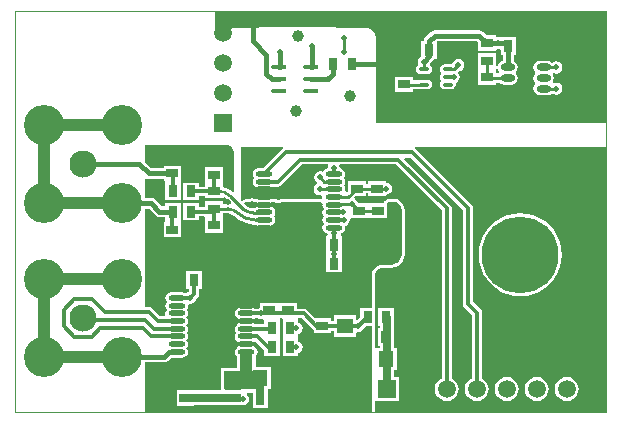
<source format=gtl>
G04 Layer_Physical_Order=1*
G04 Layer_Color=255*
%FSLAX25Y25*%
%MOIN*%
G70*
G01*
G75*
%ADD10C,0.01000*%
%ADD11O,0.05118X0.01575*%
%ADD12R,0.03150X0.03937*%
%ADD13R,0.03937X0.03150*%
%ADD14O,0.03347X0.01181*%
%ADD15O,0.04724X0.02362*%
%ADD16O,0.05512X0.01772*%
%ADD17R,0.05118X0.05315*%
%ADD18R,0.05512X0.02756*%
%ADD19R,0.05315X0.05118*%
%ADD20C,0.01575*%
%ADD21C,0.01181*%
%ADD22C,0.03937*%
%ADD23C,0.01378*%
%ADD24C,0.02756*%
%ADD25R,0.11929X0.06299*%
%ADD26R,0.02756X0.07480*%
%ADD27R,0.04331X0.08661*%
%ADD28R,0.17716X0.02756*%
%ADD29C,0.00394*%
%ADD30C,0.03937*%
%ADD31C,0.09055*%
%ADD32C,0.13386*%
%ADD33C,0.25590*%
%ADD34C,0.05905*%
%ADD35R,0.05905X0.05905*%
%ADD36R,0.05905X0.05905*%
%ADD37C,0.01968*%
G36*
X89201Y88083D02*
X88826Y87832D01*
X82373Y81379D01*
X81016D01*
X80280Y81233D01*
X79656Y80816D01*
X79239Y80193D01*
X79093Y79457D01*
X79239Y78721D01*
X79603Y78177D01*
X79239Y77633D01*
X79093Y76898D01*
X79239Y76162D01*
X79656Y75538D01*
X80280Y75121D01*
X81016Y74975D01*
X84756D01*
X85492Y75121D01*
X85723Y75276D01*
X87528D01*
X88148Y75399D01*
X88674Y75751D01*
X95554Y82630D01*
X104095D01*
X104330Y82189D01*
X104245Y82062D01*
X104104Y81352D01*
X103508Y81233D01*
X102884Y80816D01*
X102468Y80193D01*
X101977Y80290D01*
X101575Y80370D01*
X100801Y80216D01*
X100144Y79777D01*
X99706Y79121D01*
X99552Y78347D01*
X99706Y77572D01*
X100144Y76916D01*
X100524Y76662D01*
X100537Y76622D01*
X100489Y76084D01*
X100018Y75769D01*
X99580Y75113D01*
X99426Y74339D01*
X99580Y73564D01*
X100018Y72908D01*
X100675Y72470D01*
X101449Y72316D01*
X101937Y72413D01*
X102367Y72010D01*
X102321Y71780D01*
X102370Y71533D01*
X102370Y71533D01*
X102253Y71336D01*
X102177Y71242D01*
X102034Y71130D01*
X101947Y71098D01*
X88696D01*
X88597Y71079D01*
X88497D01*
X88404Y71040D01*
X88305Y71021D01*
X88222Y70965D01*
X88129Y70926D01*
X88046Y70871D01*
X87669Y70796D01*
X87293Y70871D01*
X87210Y70926D01*
X87117Y70965D01*
X87033Y71021D01*
X86935Y71040D01*
X86842Y71079D01*
X86742D01*
X86643Y71098D01*
X85605D01*
X85506Y71079D01*
X85406D01*
X85313Y71040D01*
X85293Y71036D01*
X84756Y71143D01*
X81016D01*
X80478Y71036D01*
X80458Y71040D01*
X80366Y71079D01*
X80265D01*
X80167Y71098D01*
X79607D01*
X79514Y71161D01*
X78740Y71315D01*
X77966Y71161D01*
X77873Y71098D01*
X77316D01*
X76990Y71141D01*
X76984Y71141D01*
X76977Y71143D01*
X76786Y71128D01*
X76593Y71115D01*
X76587Y71112D01*
X76581Y71112D01*
X76409Y71025D01*
X76236Y70939D01*
X76232Y70934D01*
X76226Y70931D01*
X75679Y70500D01*
X75552Y70537D01*
X75281Y70636D01*
X75197Y70706D01*
Y71260D01*
Y88583D01*
X89049D01*
X89201Y88083D01*
D02*
G37*
G36*
X196850Y133465D02*
Y96457D01*
X120079D01*
Y115354D01*
Y125378D01*
X120008Y125916D01*
X119730Y126587D01*
X119288Y127162D01*
X118713Y127604D01*
X118042Y127882D01*
X117503Y127953D01*
X107703D01*
X107403Y128183D01*
X106681Y128483D01*
X105905Y128585D01*
X82284D01*
X81508Y128483D01*
X80786Y128183D01*
X80486Y127953D01*
X68504D01*
X66949Y127331D01*
X66535Y127611D01*
Y133858D01*
X196457D01*
X196850Y133465D01*
D02*
G37*
G36*
Y0D02*
X119917D01*
Y3823D01*
X127772D01*
Y11728D01*
X126243D01*
Y14059D01*
X127181D01*
Y21374D01*
X126243D01*
Y31575D01*
X126079Y32403D01*
Y34858D01*
X120929D01*
Y28921D01*
X121394D01*
Y28165D01*
X120772D01*
Y22228D01*
X121394D01*
Y21374D01*
X120063D01*
X119917Y21814D01*
Y28921D01*
X120016D01*
Y34721D01*
X120016Y34858D01*
X120016Y34858D01*
Y35221D01*
X120016D01*
X120016Y35358D01*
Y41157D01*
X119917D01*
Y45835D01*
X119982Y46328D01*
X120237Y46942D01*
X120641Y47469D01*
X121168Y47874D01*
X121782Y48128D01*
X122275Y48193D01*
X125429D01*
X125495Y48206D01*
X125562Y48202D01*
X126255Y48293D01*
X126381Y48336D01*
X126512Y48362D01*
X127374Y48719D01*
X127485Y48793D01*
X127604Y48852D01*
X128345Y49420D01*
X128433Y49520D01*
X128533Y49608D01*
X129101Y50348D01*
X129160Y50468D01*
X129234Y50579D01*
X129591Y51441D01*
X129617Y51572D01*
X129660Y51698D01*
X129751Y52391D01*
X129747Y52458D01*
X129760Y52524D01*
Y67503D01*
X129747Y67569D01*
X129751Y67637D01*
X129680Y68175D01*
X129637Y68302D01*
X129611Y68432D01*
X129333Y69103D01*
X129259Y69214D01*
X129200Y69333D01*
X128759Y69909D01*
X128658Y69997D01*
X128570Y70097D01*
X127995Y70539D01*
X127875Y70598D01*
X127764Y70672D01*
X127094Y70950D01*
X126963Y70976D01*
X126837Y71019D01*
X126298Y71090D01*
X126231Y71085D01*
X126165Y71098D01*
X124211D01*
X124071Y71071D01*
X123930Y71059D01*
X123878Y71032D01*
X123820Y71021D01*
X123702Y70942D01*
X123576Y70877D01*
X123200Y70577D01*
X123162Y70533D01*
X123114Y70500D01*
X123035Y70382D01*
X122943Y70274D01*
X122925Y70218D01*
X122893Y70170D01*
X122865Y70030D01*
X122822Y69895D01*
X122336Y69779D01*
X117898D01*
Y69779D01*
X117535Y69779D01*
Y69779D01*
X114155D01*
X114125Y69810D01*
X114074Y70065D01*
X113635Y70722D01*
X113161Y71039D01*
X113035Y71620D01*
X113368Y71953D01*
X116748D01*
Y72998D01*
X117504D01*
Y71953D01*
X123441D01*
Y72453D01*
X123504Y72504D01*
X124278Y72658D01*
X124934Y73097D01*
X125373Y73753D01*
X125527Y74528D01*
X125373Y75302D01*
X124934Y75958D01*
X124278Y76397D01*
X123504Y76551D01*
X123441Y76602D01*
Y77102D01*
X117504D01*
Y76057D01*
X116748D01*
Y77102D01*
X110811D01*
Y73862D01*
X110409Y73484D01*
X110155Y73506D01*
X109831Y73956D01*
X109907Y74339D01*
X109761Y75074D01*
X109397Y75618D01*
X109761Y76162D01*
X109907Y76898D01*
X109761Y77633D01*
X109397Y78177D01*
X109761Y78721D01*
X109907Y79457D01*
X109761Y80193D01*
X109344Y80816D01*
X108720Y81233D01*
X108124Y81352D01*
X107983Y82062D01*
X107898Y82189D01*
X108134Y82630D01*
X126887D01*
X142197Y67320D01*
Y11382D01*
X141825Y11228D01*
X141000Y10595D01*
X140366Y9769D01*
X139968Y8807D01*
X139832Y7776D01*
X139968Y6744D01*
X140366Y5782D01*
X141000Y4956D01*
X141825Y4323D01*
X142787Y3925D01*
X143819Y3789D01*
X144851Y3925D01*
X145812Y4323D01*
X146638Y4956D01*
X147272Y5782D01*
X147670Y6744D01*
X147806Y7776D01*
X147670Y8807D01*
X147272Y9769D01*
X146638Y10595D01*
X145812Y11228D01*
X145441Y11382D01*
Y67992D01*
X145317Y68613D01*
X144966Y69139D01*
X129674Y84430D01*
X129866Y84892D01*
X131570D01*
X149065Y67397D01*
Y36102D01*
X149196Y35443D01*
X149570Y34885D01*
X152097Y32358D01*
Y11341D01*
X151825Y11228D01*
X151000Y10595D01*
X150366Y9769D01*
X149968Y8807D01*
X149832Y7776D01*
X149968Y6744D01*
X150366Y5782D01*
X151000Y4956D01*
X151825Y4323D01*
X152787Y3925D01*
X153819Y3789D01*
X154851Y3925D01*
X155812Y4323D01*
X156638Y4956D01*
X157272Y5782D01*
X157670Y6744D01*
X157806Y7776D01*
X157670Y8807D01*
X157272Y9769D01*
X156638Y10595D01*
X155812Y11228D01*
X155541Y11341D01*
Y33071D01*
X155410Y33730D01*
X155037Y34288D01*
X152509Y36816D01*
Y68110D01*
X152378Y68769D01*
X152005Y69328D01*
X133501Y87832D01*
X133126Y88083D01*
X133277Y88583D01*
X196850D01*
Y0D01*
D02*
G37*
G36*
X71394Y88839D02*
X72176Y88317D01*
X72698Y87536D01*
X72835Y86847D01*
Y74493D01*
X72951Y73609D01*
X72869Y73519D01*
X72520Y73316D01*
X71551Y74112D01*
X70192Y74837D01*
X69110Y75166D01*
Y76472D01*
X69110D01*
Y76677D01*
X69110D01*
Y81827D01*
X63173D01*
Y76677D01*
X63173D01*
Y76472D01*
X63173D01*
Y75244D01*
X61118D01*
Y76591D01*
X55968D01*
Y70653D01*
X61118D01*
Y72000D01*
X63173D01*
Y71323D01*
X69110D01*
Y71494D01*
X69420Y71700D01*
X69610Y71729D01*
X70537Y71018D01*
X70572Y70966D01*
X71759Y69779D01*
X71532Y69299D01*
X70886Y69363D01*
X70879Y69364D01*
X69110D01*
Y70410D01*
X63173D01*
Y68551D01*
X61118D01*
Y69898D01*
X55968D01*
Y63961D01*
X61118D01*
Y65307D01*
X62778D01*
X63173Y65055D01*
Y59905D01*
X69110D01*
Y65055D01*
X69110D01*
Y65260D01*
X69110D01*
Y66305D01*
X70879D01*
X70892Y66308D01*
X71632Y66210D01*
X72334Y65920D01*
X72551Y65754D01*
X72922Y65441D01*
X72922Y65441D01*
X74415Y64216D01*
X76119Y63305D01*
X77967Y62744D01*
X79890Y62555D01*
Y62555D01*
X80280Y62326D01*
X81016Y62180D01*
X84756D01*
X85492Y62326D01*
X86115Y62743D01*
X86532Y63367D01*
X86679Y64102D01*
X86532Y64838D01*
X86169Y65382D01*
X86532Y65926D01*
X86679Y66661D01*
X86532Y67397D01*
X86115Y68021D01*
X85492Y68438D01*
X84756Y68584D01*
X81016D01*
X80280Y68438D01*
X79722Y68065D01*
X79134D01*
X79113Y68061D01*
X78298Y68168D01*
X77519Y68490D01*
X77232Y68711D01*
X76855Y69009D01*
X76509Y69354D01*
X76296Y69568D01*
X76310Y69699D01*
X76857Y70130D01*
X77249Y70079D01*
X80167D01*
X80280Y70003D01*
X81016Y69857D01*
X84756D01*
X85492Y70003D01*
X85605Y70079D01*
X86643D01*
X86895Y69910D01*
X87669Y69756D01*
X88443Y69910D01*
X88696Y70079D01*
X101994D01*
X102393Y69579D01*
X102321Y69221D01*
X102468Y68485D01*
X102831Y67941D01*
X102468Y67397D01*
X102321Y66661D01*
X102468Y65926D01*
X102831Y65382D01*
X102468Y64838D01*
X102321Y64102D01*
X102468Y63367D01*
X102831Y62823D01*
X102468Y62279D01*
X102321Y61543D01*
X102468Y60808D01*
X102884Y60184D01*
X103508Y59767D01*
X103974Y59674D01*
X104122Y59322D01*
X103812Y58874D01*
X103606D01*
Y52937D01*
X103606D01*
Y52575D01*
X103606D01*
Y46638D01*
X108756D01*
Y52575D01*
X108756D01*
Y52937D01*
X108756D01*
Y58874D01*
X108690D01*
X108389Y59289D01*
X108533Y59730D01*
X108720Y59767D01*
X109344Y60184D01*
X109761Y60808D01*
X109907Y61543D01*
X109784Y62160D01*
X110152Y62233D01*
X110809Y62672D01*
X111247Y63328D01*
X111401Y64102D01*
X111377Y64222D01*
X111806Y64630D01*
X117535D01*
Y64630D01*
X117898Y64630D01*
Y64630D01*
X123835D01*
Y69779D01*
X124211Y70079D01*
X126165D01*
X126704Y70008D01*
X127374Y69730D01*
X127950Y69288D01*
X128392Y68713D01*
X128669Y68042D01*
X128740Y67503D01*
Y52524D01*
X128649Y51831D01*
X128292Y50969D01*
X127724Y50229D01*
X126984Y49661D01*
X126122Y49304D01*
X125429Y49213D01*
X122209D01*
X121516Y49121D01*
X120654Y48764D01*
X119914Y48196D01*
X119346Y47456D01*
X118989Y46594D01*
X118898Y45902D01*
Y34858D01*
X114866D01*
Y31608D01*
X114000Y30742D01*
X113833Y30750D01*
X113500Y31023D01*
Y32299D01*
X106185D01*
Y30480D01*
X105331D01*
Y31433D01*
X99994D01*
X97308Y34119D01*
X96782Y34471D01*
X96161Y34594D01*
X93913D01*
Y36551D01*
X87976D01*
Y36551D01*
X87614D01*
Y36551D01*
X81677D01*
Y34953D01*
X81116Y34842D01*
X80745Y34594D01*
X79806D01*
X79574Y34749D01*
X78839Y34895D01*
X75098D01*
X74363Y34749D01*
X73739Y34332D01*
X73322Y33708D01*
X73176Y32972D01*
X73322Y32237D01*
X73739Y31613D01*
X74363Y31196D01*
X75098Y31050D01*
X78839D01*
X79574Y31196D01*
X79806Y31351D01*
X80745D01*
X81116Y31103D01*
X81890Y30949D01*
X82542Y31079D01*
X82887Y30823D01*
X82976Y30711D01*
Y29476D01*
X79806D01*
X79574Y29631D01*
X78839Y29777D01*
X75098D01*
X74363Y29631D01*
X73739Y29214D01*
X73322Y28590D01*
X73176Y27854D01*
X73322Y27119D01*
X73685Y26575D01*
X73322Y26031D01*
X73176Y25295D01*
X73322Y24559D01*
X73739Y23936D01*
X74363Y23519D01*
X75098Y23372D01*
X78839D01*
X79574Y23519D01*
X79806Y23674D01*
X79939D01*
X82976Y20636D01*
Y18685D01*
X88126D01*
Y24484D01*
X88126Y24622D01*
X88126D01*
Y24984D01*
X88126D01*
Y30851D01*
X88126Y30921D01*
X88296Y31351D01*
X88869D01*
X89039Y30921D01*
X89039Y30851D01*
Y25122D01*
X89039Y24984D01*
Y24622D01*
X89039Y24484D01*
Y18685D01*
X94189D01*
Y19727D01*
X94475Y19784D01*
X95131Y20223D01*
X95570Y20879D01*
X95724Y21654D01*
X95570Y22428D01*
X95131Y23084D01*
X94475Y23523D01*
X94189Y23580D01*
Y24484D01*
X94189Y24622D01*
Y24984D01*
X94189Y25122D01*
Y26027D01*
X94475Y26084D01*
X95131Y26522D01*
X95570Y27179D01*
X95724Y27953D01*
X95570Y28727D01*
X95131Y29383D01*
X94475Y29822D01*
X94189Y29879D01*
Y30851D01*
X94189Y30921D01*
X94359Y31351D01*
X95490D01*
X99129Y27711D01*
X99394Y27535D01*
Y26283D01*
X105331D01*
Y27237D01*
X106185D01*
Y25181D01*
X113500D01*
Y26457D01*
X113886Y26774D01*
X114173Y26717D01*
X114947Y26871D01*
X115604Y27310D01*
X116042Y27966D01*
X116100Y28255D01*
X116766Y28921D01*
X118898D01*
Y0D01*
X43307D01*
Y16681D01*
X49424D01*
X49424Y16681D01*
X50121Y16820D01*
X50713Y17215D01*
X51771Y18274D01*
X51870Y18254D01*
X55610D01*
X56346Y18401D01*
X56970Y18818D01*
X57387Y19441D01*
X57533Y20177D01*
X57387Y20913D01*
X57023Y21457D01*
X57387Y22000D01*
X57533Y22736D01*
X57387Y23472D01*
X57023Y24016D01*
X57387Y24559D01*
X57533Y25295D01*
X57387Y26031D01*
X57023Y26575D01*
X57387Y27119D01*
X57533Y27854D01*
X57387Y28590D01*
X57023Y29134D01*
X57387Y29678D01*
X57533Y30413D01*
X57387Y31149D01*
X57023Y31693D01*
X57387Y32237D01*
X57533Y32972D01*
X57387Y33708D01*
X57023Y34252D01*
X57387Y34796D01*
X57533Y35531D01*
X57477Y35813D01*
X57902Y36239D01*
X58268Y36166D01*
X59042Y36320D01*
X59698Y36758D01*
X60137Y37415D01*
X60224Y37852D01*
X60714Y38342D01*
X61065Y38868D01*
X61189Y39488D01*
Y41126D01*
X62142D01*
Y47063D01*
X56992D01*
Y41126D01*
X57945D01*
Y40160D01*
X57930Y40145D01*
X57494Y40058D01*
X56976Y39712D01*
X56578D01*
X56346Y39867D01*
X55610Y40013D01*
X51870D01*
X51134Y39867D01*
X50511Y39450D01*
X50094Y38826D01*
X49947Y38091D01*
X50094Y37355D01*
X50457Y36811D01*
X50094Y36267D01*
X49947Y35531D01*
X50094Y34796D01*
X50457Y34252D01*
X50094Y33708D01*
X49947Y32972D01*
X50034Y32535D01*
X49673Y32035D01*
X48211D01*
X45635Y34611D01*
X45109Y34963D01*
X44488Y35086D01*
X43307D01*
Y43950D01*
X43360Y44488D01*
X43307Y45026D01*
Y67863D01*
X44521D01*
X46743Y65640D01*
X46743Y65640D01*
X47334Y65245D01*
X48031Y65107D01*
X48031Y65107D01*
X49905D01*
Y63961D01*
X49905D01*
X49858Y63480D01*
X49394D01*
Y58331D01*
X55331D01*
Y63480D01*
X55103D01*
X55055Y63961D01*
X55055D01*
Y69898D01*
X49905D01*
Y68752D01*
X48786D01*
X46564Y70974D01*
X45973Y71369D01*
X45276Y71508D01*
X45276Y71508D01*
X43307D01*
Y77651D01*
X43807Y77935D01*
X44370Y77823D01*
X44370Y77823D01*
X49394D01*
Y77071D01*
X49858D01*
X49905Y76591D01*
X49905D01*
Y70653D01*
X55055D01*
Y76591D01*
X55055D01*
X55103Y77071D01*
X55331D01*
Y82221D01*
X49394D01*
Y81468D01*
X45125D01*
X43307Y83286D01*
Y88976D01*
X70705D01*
X71394Y88839D01*
D02*
G37*
%LPC*%
G36*
X154606Y127413D02*
X154606Y127413D01*
X139764D01*
X139764Y127413D01*
X139066Y127274D01*
X138475Y126879D01*
X138475Y126879D01*
X136625Y125029D01*
X136230Y124438D01*
X136110Y123835D01*
X135339D01*
Y118726D01*
X134790Y118360D01*
X134351Y117703D01*
X134197Y116929D01*
X134351Y116155D01*
X134119Y115602D01*
X133991Y115517D01*
X133640Y114991D01*
X133516Y114370D01*
X133640Y113750D01*
X133991Y113223D01*
X134517Y112872D01*
X135138Y112748D01*
X137303D01*
X137924Y112872D01*
X138450Y113223D01*
X138801Y113750D01*
X138925Y114370D01*
X138801Y114991D01*
X138450Y115517D01*
X138322Y115602D01*
X138139Y116036D01*
X138161Y116292D01*
X139202Y117333D01*
X139579Y117898D01*
X140488D01*
Y123738D01*
X140519Y123768D01*
X153851D01*
X154118Y123501D01*
Y120535D01*
X160055D01*
Y120809D01*
X160059Y120819D01*
X160555Y121180D01*
X161024Y121087D01*
X161330Y121148D01*
X161716Y120831D01*
Y119079D01*
X162469D01*
Y117100D01*
X162043Y117015D01*
X161321Y116533D01*
X160839Y115812D01*
X160670Y114961D01*
X160839Y114110D01*
X161227Y113529D01*
X161254Y113375D01*
X160969Y112947D01*
X160055D01*
Y114268D01*
X160055D01*
Y114472D01*
X160055D01*
Y119622D01*
X154118D01*
Y114472D01*
X154118D01*
Y114268D01*
X154118D01*
Y109118D01*
X160055D01*
Y109888D01*
X161292D01*
X161321Y109845D01*
X162043Y109363D01*
X162894Y109194D01*
X165256D01*
X166107Y109363D01*
X166828Y109845D01*
X167310Y110566D01*
X167480Y111417D01*
X167310Y112268D01*
X166922Y112849D01*
X166863Y113189D01*
X166922Y113529D01*
X167310Y114110D01*
X167480Y114961D01*
X167310Y115812D01*
X166828Y116533D01*
X166114Y117011D01*
Y119079D01*
X166866D01*
Y125016D01*
X161716D01*
Y125016D01*
X161697Y124999D01*
X161024Y125133D01*
X160555Y125040D01*
X160059Y125402D01*
X160055Y125412D01*
Y125685D01*
X157089D01*
X155895Y126879D01*
X155304Y127274D01*
X154606Y127413D01*
D02*
G37*
G36*
X147638Y117771D02*
X146864Y117617D01*
X146207Y117179D01*
X145769Y116522D01*
X145741Y116383D01*
X145177Y115992D01*
X143012D01*
X142391Y115868D01*
X141865Y115517D01*
X141514Y114991D01*
X141390Y114370D01*
X141514Y113750D01*
X141710Y113455D01*
X141824Y113091D01*
X141710Y112726D01*
X141514Y112432D01*
X141390Y111811D01*
X141514Y111190D01*
X141865Y110664D01*
Y110399D01*
X141514Y109873D01*
X141390Y109252D01*
X141514Y108631D01*
X141865Y108105D01*
X142391Y107754D01*
X143012Y107630D01*
X145177D01*
X145798Y107754D01*
X146324Y108105D01*
X146675Y108631D01*
X146799Y109252D01*
X146766Y109418D01*
X146837Y109942D01*
X147494Y110380D01*
X147932Y111037D01*
X148086Y111811D01*
X147932Y112585D01*
X147494Y113242D01*
X147476Y113423D01*
X147812Y113760D01*
X148412Y113879D01*
X149068Y114318D01*
X149507Y114974D01*
X149661Y115748D01*
X149507Y116522D01*
X149068Y117179D01*
X148412Y117617D01*
X147638Y117771D01*
D02*
G37*
G36*
X132496Y111906D02*
X126559D01*
Y106756D01*
X132496D01*
Y107723D01*
X134674D01*
X135138Y107630D01*
X137303D01*
X137924Y107754D01*
X138450Y108105D01*
X138801Y108631D01*
X138925Y109252D01*
X138801Y109873D01*
X138450Y110399D01*
X137924Y110750D01*
X137303Y110874D01*
X135138D01*
X134674Y110781D01*
X132496D01*
Y111906D01*
D02*
G37*
G36*
X177264Y117184D02*
X174902D01*
X174050Y117015D01*
X173329Y116533D01*
X172847Y115812D01*
X172678Y114961D01*
X172847Y114110D01*
X173235Y113529D01*
X173294Y113189D01*
X173235Y112849D01*
X172847Y112268D01*
X172678Y111417D01*
X172847Y110566D01*
X173329Y109845D01*
Y109447D01*
X172847Y108725D01*
X172678Y107874D01*
X172847Y107023D01*
X173329Y106301D01*
X174050Y105819D01*
X174902Y105650D01*
X177264D01*
X178115Y105819D01*
X178836Y106301D01*
X179300Y106166D01*
X179541Y106005D01*
X180315Y105851D01*
X181089Y106005D01*
X181746Y106444D01*
X182184Y107100D01*
X182338Y107874D01*
X182184Y108648D01*
X181746Y109305D01*
X181089Y109743D01*
X180315Y109897D01*
X179541Y109743D01*
X179496Y109713D01*
X179231Y109792D01*
X179068Y110191D01*
X179318Y110566D01*
X179488Y111417D01*
X179318Y112268D01*
X179042Y112682D01*
X179275Y113174D01*
X179364Y113210D01*
X179541Y113092D01*
X180315Y112937D01*
X181089Y113092D01*
X181746Y113530D01*
X182184Y114186D01*
X182338Y114961D01*
X182184Y115735D01*
X181746Y116391D01*
X181089Y116830D01*
X180315Y116984D01*
X179541Y116830D01*
X179300Y116669D01*
X178836Y116533D01*
X178115Y117015D01*
X177264Y117184D01*
D02*
G37*
G36*
X173819Y11762D02*
X172787Y11627D01*
X171826Y11228D01*
X171000Y10595D01*
X170366Y9769D01*
X169968Y8807D01*
X169832Y7776D01*
X169968Y6744D01*
X170366Y5782D01*
X171000Y4956D01*
X171826Y4323D01*
X172787Y3925D01*
X173819Y3789D01*
X174851Y3925D01*
X175812Y4323D01*
X176638Y4956D01*
X177272Y5782D01*
X177670Y6744D01*
X177806Y7776D01*
X177670Y8807D01*
X177272Y9769D01*
X176638Y10595D01*
X175812Y11228D01*
X174851Y11627D01*
X173819Y11762D01*
D02*
G37*
G36*
X183819D02*
X182787Y11627D01*
X181825Y11228D01*
X181000Y10595D01*
X180366Y9769D01*
X179968Y8807D01*
X179832Y7776D01*
X179968Y6744D01*
X180366Y5782D01*
X181000Y4956D01*
X181825Y4323D01*
X182787Y3925D01*
X183819Y3789D01*
X184851Y3925D01*
X185812Y4323D01*
X186638Y4956D01*
X187272Y5782D01*
X187670Y6744D01*
X187806Y7776D01*
X187670Y8807D01*
X187272Y9769D01*
X186638Y10595D01*
X185812Y11228D01*
X184851Y11627D01*
X183819Y11762D01*
D02*
G37*
G36*
X163819D02*
X162787Y11627D01*
X161826Y11228D01*
X161000Y10595D01*
X160366Y9769D01*
X159968Y8807D01*
X159832Y7776D01*
X159968Y6744D01*
X160366Y5782D01*
X161000Y4956D01*
X161826Y4323D01*
X162787Y3925D01*
X163819Y3789D01*
X164851Y3925D01*
X165812Y4323D01*
X166638Y4956D01*
X167272Y5782D01*
X167670Y6744D01*
X167806Y7776D01*
X167670Y8807D01*
X167272Y9769D01*
X166638Y10595D01*
X165812Y11228D01*
X164851Y11627D01*
X163819Y11762D01*
D02*
G37*
G36*
X168307Y66397D02*
X166142Y66227D01*
X164031Y65720D01*
X162025Y64889D01*
X160173Y63754D01*
X158522Y62344D01*
X157112Y60693D01*
X155977Y58841D01*
X155146Y56835D01*
X154639Y54724D01*
X154469Y52559D01*
X154639Y50394D01*
X155146Y48283D01*
X155977Y46277D01*
X157112Y44425D01*
X158522Y42774D01*
X160173Y41364D01*
X162025Y40229D01*
X164031Y39398D01*
X166142Y38892D01*
X168307Y38721D01*
X170472Y38892D01*
X172583Y39398D01*
X174589Y40229D01*
X176441Y41364D01*
X178092Y42774D01*
X179502Y44425D01*
X180637Y46277D01*
X181468Y48283D01*
X181975Y50394D01*
X182145Y52559D01*
X181975Y54724D01*
X181468Y56835D01*
X180637Y58841D01*
X179502Y60693D01*
X178092Y62344D01*
X176441Y63754D01*
X174589Y64889D01*
X172583Y65720D01*
X170472Y66227D01*
X168307Y66397D01*
D02*
G37*
G36*
X78839Y22100D02*
X75098D01*
X74363Y21954D01*
X73739Y21537D01*
X73322Y20913D01*
X73176Y20177D01*
X73322Y19441D01*
X73739Y18818D01*
X73784Y18788D01*
Y14799D01*
X69685D01*
X69586Y14780D01*
X68685D01*
Y13878D01*
X68665Y13780D01*
Y7480D01*
X68188Y7319D01*
X59661D01*
Y7417D01*
X53724D01*
Y2268D01*
X59661D01*
Y2524D01*
X75197D01*
X75285Y2541D01*
X75866Y2426D01*
X76640Y2580D01*
X77297Y3018D01*
X77735Y3675D01*
X77889Y4449D01*
X77735Y5223D01*
X77297Y5879D01*
X77175Y5961D01*
X77327Y6461D01*
X79039D01*
Y1362D01*
X84189D01*
Y7299D01*
X84189Y7299D01*
X84189D01*
X84189Y7299D01*
X84284Y7760D01*
X85055D01*
Y15075D01*
X80153D01*
Y18788D01*
X80198Y18818D01*
X80615Y19441D01*
X80761Y20177D01*
X80615Y20913D01*
X80198Y21537D01*
X79574Y21954D01*
X78839Y22100D01*
D02*
G37*
%LPD*%
D10*
X71653Y72047D02*
G03*
X67186Y73898I-4467J-4467D01*
G01*
X75773Y67927D02*
G03*
X79134Y66535I3360J3360D01*
G01*
X82582D02*
G03*
X82886Y66661I0J430D01*
G01*
X74016Y66535D02*
G03*
X79890Y64102I5874J5874D01*
G01*
X74016Y66535D02*
G03*
X70879Y67835I-3137J-3137D01*
G01*
X109449Y120079D02*
Y124803D01*
X136221Y114370D02*
Y116929D01*
X157362Y111417D02*
X164075D01*
X129606Y109252D02*
X136221D01*
X157087Y111693D02*
Y117047D01*
X176083Y114961D02*
X180315D01*
X176083Y107874D02*
X180315D01*
X146260Y114370D02*
X147638Y115748D01*
X144095Y114370D02*
X146260D01*
X144095Y111811D02*
X146063D01*
X72539Y22736D02*
X76968D01*
X72539Y38091D02*
X76968D01*
X106114Y69221D02*
X106185Y69291D01*
X112205D01*
X114567Y61142D02*
X120866D01*
X112205Y69291D02*
X112480D01*
X114567Y67205D01*
X120866D01*
X106114Y71780D02*
X111031D01*
X113779Y74528D01*
X120472D01*
X123504D01*
X111929Y61142D02*
X114567D01*
X100118Y49606D02*
X101969Y47756D01*
Y46457D02*
Y47756D01*
X78811Y69221D02*
X82886D01*
X78740Y69291D02*
X78811Y69221D01*
X82886Y71780D02*
X87669D01*
X87677Y4331D02*
X90158Y6811D01*
Y11417D01*
X56693Y10905D02*
X62283D01*
X63779Y12402D01*
X66142Y73898D02*
X67186D01*
X79134Y66535D02*
X82582D01*
X71653Y72047D02*
X75773Y67927D01*
X79890Y64102D02*
X82886D01*
X66142Y67835D02*
X70879D01*
X63779Y85315D02*
X66142D01*
X52362Y85709D02*
Y85827D01*
X54724D01*
X52362Y54843D02*
X54724D01*
X63386Y56417D02*
X66142D01*
X65630Y44094D02*
Y46457D01*
X84646Y40039D02*
X90945D01*
X101575Y74339D02*
X106114D01*
X103024Y76898D02*
X106114D01*
X82815Y74410D02*
X82886Y74339D01*
X77953Y74410D02*
X82815D01*
X101575Y78347D02*
X103024Y76898D01*
D11*
X87992Y114961D02*
D03*
Y111024D02*
D03*
Y107087D02*
D03*
X98622D02*
D03*
Y111024D02*
D03*
Y114961D02*
D03*
D12*
X106024Y116142D02*
D03*
X112087D02*
D03*
X52480Y73622D02*
D03*
X58543D02*
D03*
Y66929D02*
D03*
X52480D02*
D03*
X123346Y25197D02*
D03*
X129409D02*
D03*
X117441Y31890D02*
D03*
X123504D02*
D03*
X117441Y38189D02*
D03*
X123504D02*
D03*
X59567Y44094D02*
D03*
X65630D02*
D03*
X91614Y27953D02*
D03*
X85551D02*
D03*
X91614Y21654D02*
D03*
X85551D02*
D03*
X81614Y4331D02*
D03*
X87677D02*
D03*
X106181Y55905D02*
D03*
X100118D02*
D03*
X106181Y49606D02*
D03*
X100118D02*
D03*
X137913Y120866D02*
D03*
X143976D02*
D03*
X164291Y122047D02*
D03*
X170354D02*
D03*
D13*
X129527Y109331D02*
D03*
Y103268D02*
D03*
X157087Y123110D02*
D03*
Y117047D02*
D03*
X52362Y54843D02*
D03*
Y60905D02*
D03*
Y85709D02*
D03*
Y79646D02*
D03*
X66142Y73898D02*
D03*
Y67835D02*
D03*
Y62480D02*
D03*
Y56417D02*
D03*
Y85315D02*
D03*
Y79252D02*
D03*
X102362Y28858D02*
D03*
Y34921D02*
D03*
X84646Y33976D02*
D03*
Y40039D02*
D03*
X90945Y33976D02*
D03*
Y40039D02*
D03*
X56693Y4843D02*
D03*
Y10905D02*
D03*
X114567Y67205D02*
D03*
Y61142D02*
D03*
X120866Y67205D02*
D03*
Y61142D02*
D03*
X113779Y74528D02*
D03*
Y80590D02*
D03*
X120472Y74528D02*
D03*
Y80590D02*
D03*
X157087Y111693D02*
D03*
Y105630D02*
D03*
D14*
X144095Y114370D02*
D03*
Y111811D02*
D03*
Y109252D02*
D03*
X136221D02*
D03*
Y111811D02*
D03*
Y114370D02*
D03*
D15*
X164075Y114961D02*
D03*
Y111417D02*
D03*
Y107874D02*
D03*
X176083D02*
D03*
Y111417D02*
D03*
Y114961D02*
D03*
D16*
X76968Y20177D02*
D03*
Y22736D02*
D03*
Y25295D02*
D03*
Y27854D02*
D03*
Y30413D02*
D03*
Y32972D02*
D03*
Y35531D02*
D03*
Y38091D02*
D03*
X53740Y20177D02*
D03*
Y22736D02*
D03*
Y25295D02*
D03*
Y27854D02*
D03*
Y30413D02*
D03*
Y32972D02*
D03*
Y35531D02*
D03*
Y38091D02*
D03*
X106114Y61543D02*
D03*
Y64102D02*
D03*
Y66661D02*
D03*
Y69221D02*
D03*
Y71780D02*
D03*
Y74339D02*
D03*
Y76898D02*
D03*
Y79457D02*
D03*
X82886Y61543D02*
D03*
Y64102D02*
D03*
Y66661D02*
D03*
Y69221D02*
D03*
Y71780D02*
D03*
Y74339D02*
D03*
Y76898D02*
D03*
Y79457D02*
D03*
D17*
X123622Y17717D02*
D03*
X132283D02*
D03*
X81496Y11417D02*
D03*
X90158D02*
D03*
D18*
X72441Y12402D02*
D03*
Y8661D02*
D03*
Y4921D02*
D03*
X63779D02*
D03*
Y8661D02*
D03*
Y12402D02*
D03*
D19*
X109843Y28740D02*
D03*
Y37402D02*
D03*
D20*
X106024Y112716D02*
Y114961D01*
X104331Y111024D02*
X106024Y112716D01*
X88189Y115157D02*
Y120079D01*
X87992Y114961D02*
X88189Y115157D01*
X83646Y112811D02*
Y119110D01*
X79134Y123622D02*
X83646Y119110D01*
X79134Y123622D02*
Y129134D01*
X83646Y112811D02*
X85433Y111024D01*
X98622D02*
X104331D01*
X136221Y116929D02*
X137913Y118622D01*
Y120866D01*
X98819Y115157D02*
Y122047D01*
X98622Y114961D02*
X98819Y115157D01*
X137913Y120866D02*
Y123740D01*
X139764Y125591D01*
X154606D01*
X157087Y123110D01*
X85433Y111024D02*
X87992D01*
X71772Y129134D02*
X79134D01*
X112205Y116142D02*
X120591D01*
X69095Y126457D02*
X71772Y129134D01*
X161024Y123110D02*
X163228D01*
X157087D02*
X161024D01*
X164291Y115177D02*
Y122047D01*
X76968Y12795D02*
Y20177D01*
X51097D02*
X53740D01*
X49424Y18504D02*
X51097Y20177D01*
X35630Y18504D02*
X49424D01*
X22638Y82677D02*
X41339D01*
X44370Y79646D01*
X52362D01*
X35630Y69685D02*
X45276D01*
X48031Y66929D01*
X52480D01*
D21*
X102362Y28858D02*
X109724D01*
X114291Y28740D02*
X117441Y31890D01*
X53740Y38091D02*
X58169D01*
X76968Y32972D02*
X81890D01*
X59567Y39488D02*
Y44094D01*
X58268Y38189D02*
X59567Y39488D01*
X81890Y32972D02*
X96161D01*
X100276Y28858D01*
X102362D01*
X56693Y4449D02*
X75866D01*
X72441Y8661D02*
Y12402D01*
X80512D02*
X81496Y11417D01*
X81614Y11299D01*
X72441Y12402D02*
X76575D01*
X76968Y12795D01*
Y27854D02*
X85453D01*
X76968Y25295D02*
X80610D01*
X84252Y21654D01*
X85551D01*
X45177Y25295D02*
X53740D01*
X42520Y27953D02*
X45177Y25295D01*
X44488Y33465D02*
X47539Y30413D01*
X53740D01*
X46161Y27854D02*
X53740D01*
X43307Y30709D02*
X46161Y27854D01*
X23425Y30709D02*
X43307D01*
X29921Y33465D02*
X44488D01*
X19685Y37795D02*
X25591D01*
X29921Y33465D01*
X16142Y34252D02*
X19685Y37795D01*
X16142Y28740D02*
Y34252D01*
Y28740D02*
X19685Y25197D01*
X25591D01*
X28346Y27953D01*
X42520D01*
X81614Y4331D02*
Y7480D01*
Y11299D01*
X66142Y73898D02*
Y79252D01*
X65866Y73622D02*
X66142Y73898D01*
X58543Y73622D02*
X65866D01*
X66142Y62480D02*
Y66929D01*
X52362Y60905D02*
Y66811D01*
X52480Y73622D02*
Y79528D01*
X91614Y21654D02*
X93701D01*
X91614Y27953D02*
X93701D01*
X106114Y64102D02*
X109378D01*
X106114Y66661D02*
X109323D01*
X109843Y28740D02*
X114291D01*
X106181Y49606D02*
Y55905D01*
Y61476D01*
X58543Y66929D02*
X66142D01*
X82886Y76898D02*
X87528D01*
X94882Y84252D01*
X127559D01*
X143819Y67992D01*
Y7776D02*
Y67992D01*
D22*
X9646Y18504D02*
X35630D01*
X9646D02*
Y44488D01*
X35630D01*
X9646Y95669D02*
X35630D01*
X9646Y69685D02*
Y95669D01*
Y69685D02*
X35630D01*
D23*
X106114Y79457D02*
Y81287D01*
X82902Y79472D02*
X90043Y86614D01*
X132283D01*
X150787Y68110D01*
X153819Y7776D02*
Y33071D01*
X150787Y36102D02*
X153819Y33071D01*
X150787Y36102D02*
Y68110D01*
D24*
X123504Y31890D02*
X123819Y31575D01*
Y7776D02*
Y31575D01*
D25*
X75650Y10630D02*
D03*
D26*
X81693Y6890D02*
D03*
D27*
X76968Y16142D02*
D03*
D28*
X66339Y4921D02*
D03*
D29*
X0Y0D02*
Y133858D01*
X196850D01*
X0Y0D02*
X196850D01*
X135000D02*
X196850D01*
Y133858D01*
X0Y118000D02*
Y133465D01*
D30*
X111417Y105512D02*
D03*
X94095Y125591D02*
D03*
X93701Y100394D02*
D03*
D31*
X22638Y31496D02*
D03*
Y82677D02*
D03*
D32*
X35630Y18504D02*
D03*
Y44488D02*
D03*
X9646D02*
D03*
Y18504D02*
D03*
X35630Y69685D02*
D03*
Y95669D02*
D03*
X9646D02*
D03*
Y69685D02*
D03*
D33*
X168307Y52559D02*
D03*
D34*
X183819Y7776D02*
D03*
X173819D02*
D03*
X163819D02*
D03*
X153819D02*
D03*
X133819D02*
D03*
X143819D02*
D03*
X69095Y126457D02*
D03*
Y116457D02*
D03*
Y106457D02*
D03*
D35*
X123819Y7776D02*
D03*
D36*
X69095Y96457D02*
D03*
D37*
X123622Y78740D02*
D03*
X135433Y17717D02*
D03*
X129528Y22835D02*
D03*
X125984Y37795D02*
D03*
X123622Y40945D02*
D03*
X111811D02*
D03*
X87008Y7480D02*
D03*
X88189Y68110D02*
D03*
X123622Y61024D02*
D03*
X94488Y38189D02*
D03*
X81102Y38583D02*
D03*
X53937Y12598D02*
D03*
X182283Y100787D02*
D03*
X177165Y124016D02*
D03*
X137795Y99606D02*
D03*
X115748Y131496D02*
D03*
X120866Y116142D02*
D03*
X109449Y120079D02*
D03*
X88189D02*
D03*
X104331Y111024D02*
D03*
X98819Y122047D02*
D03*
X109449Y124803D02*
D03*
X136221Y116929D02*
D03*
X161024Y123110D02*
D03*
X180315Y107874D02*
D03*
Y114961D02*
D03*
X147638Y115748D02*
D03*
X146063Y111811D02*
D03*
X72539Y22736D02*
D03*
Y38091D02*
D03*
X81890Y32972D02*
D03*
X58268Y38189D02*
D03*
X75866Y4449D02*
D03*
X114173Y28740D02*
D03*
X81614Y7480D02*
D03*
X106299Y59842D02*
D03*
X93701Y21654D02*
D03*
Y27953D02*
D03*
X109378Y64102D02*
D03*
X109323Y66661D02*
D03*
X112205Y69291D02*
D03*
X123504Y74528D02*
D03*
X106299Y52756D02*
D03*
X111929Y61142D02*
D03*
X117717Y61142D02*
D03*
X101969Y46457D02*
D03*
X83071Y60236D02*
D03*
X78740Y69291D02*
D03*
X87669Y71780D02*
D03*
X90158Y6811D02*
D03*
X59842Y10905D02*
D03*
X70866Y70079D02*
D03*
X63779Y85315D02*
D03*
X54724Y85827D02*
D03*
Y54843D02*
D03*
X63386Y56417D02*
D03*
X65630Y46457D02*
D03*
X87795Y40039D02*
D03*
X49606Y5610D02*
D03*
X53543Y44980D02*
D03*
X61417Y29232D02*
D03*
X65354Y21358D02*
D03*
X69291Y29232D02*
D03*
X65354Y37106D02*
D03*
X77165Y44980D02*
D03*
X73228Y52854D02*
D03*
X81103D02*
D03*
X88977D02*
D03*
X92914Y60728D02*
D03*
X96851Y68603D02*
D03*
X104725Y5610D02*
D03*
X108661Y13484D02*
D03*
X112599Y5610D02*
D03*
X116535Y13484D02*
D03*
X120473Y52854D02*
D03*
X89370Y16929D02*
D03*
X102756Y37402D02*
D03*
X109055Y40945D02*
D03*
X117323Y40157D02*
D03*
X101449Y74339D02*
D03*
X106114Y81287D02*
D03*
X77953Y74410D02*
D03*
X101575Y78347D02*
D03*
X136221Y44980D02*
D03*
X185433Y25295D02*
D03*
Y64665D02*
D03*
X124016Y21654D02*
D03*
M02*

</source>
